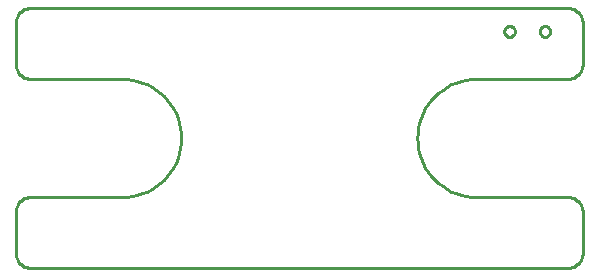
<source format=gbr>
G04 EAGLE Gerber RS-274X export*
G75*
%MOMM*%
%FSLAX34Y34*%
%LPD*%
%IN*%
%IPPOS*%
%AMOC8*
5,1,8,0,0,1.08239X$1,22.5*%
G01*
%ADD10C,0.254000*%


D10*
X0Y-17300D02*
X48Y-18407D01*
X193Y-19505D01*
X433Y-20587D01*
X766Y-21644D01*
X1190Y-22667D01*
X1701Y-23650D01*
X2297Y-24584D01*
X2971Y-25463D01*
X3720Y-26280D01*
X4537Y-27029D01*
X5416Y-27703D01*
X6350Y-28299D01*
X7333Y-28810D01*
X8356Y-29234D01*
X9413Y-29567D01*
X10495Y-29807D01*
X11593Y-29952D01*
X12700Y-30000D01*
X467300Y-30000D01*
X468407Y-29952D01*
X469505Y-29807D01*
X470587Y-29567D01*
X471644Y-29234D01*
X472667Y-28810D01*
X473650Y-28299D01*
X474584Y-27703D01*
X475463Y-27029D01*
X476280Y-26280D01*
X477029Y-25463D01*
X477703Y-24584D01*
X478299Y-23650D01*
X478810Y-22667D01*
X479234Y-21644D01*
X479567Y-20587D01*
X479807Y-19505D01*
X479952Y-18407D01*
X480000Y-17300D01*
X480000Y17300D01*
X479952Y18407D01*
X479807Y19505D01*
X479567Y20587D01*
X479234Y21644D01*
X478810Y22667D01*
X478299Y23650D01*
X477703Y24584D01*
X477029Y25463D01*
X476280Y26280D01*
X475463Y27029D01*
X474584Y27703D01*
X473650Y28299D01*
X472667Y28810D01*
X471644Y29234D01*
X470587Y29567D01*
X469505Y29807D01*
X468407Y29952D01*
X467300Y30000D01*
X390000Y30000D01*
X385642Y30190D01*
X381318Y30760D01*
X377059Y31704D01*
X372899Y33015D01*
X368869Y34685D01*
X365000Y36699D01*
X361321Y39042D01*
X357861Y41698D01*
X354645Y44645D01*
X351698Y47861D01*
X349042Y51321D01*
X346699Y55000D01*
X344685Y58869D01*
X343015Y62899D01*
X341704Y67059D01*
X340760Y71318D01*
X340190Y75642D01*
X340000Y80000D01*
X340190Y84358D01*
X340760Y88682D01*
X341704Y92941D01*
X343015Y97101D01*
X344685Y101131D01*
X346699Y105000D01*
X349042Y108679D01*
X351698Y112139D01*
X354645Y115355D01*
X357861Y118302D01*
X361321Y120958D01*
X365000Y123301D01*
X368869Y125315D01*
X372899Y126985D01*
X377059Y128296D01*
X381318Y129240D01*
X385642Y129810D01*
X390000Y130000D01*
X467300Y130000D01*
X468407Y130048D01*
X469505Y130193D01*
X470587Y130433D01*
X471644Y130766D01*
X472667Y131190D01*
X473650Y131701D01*
X474584Y132297D01*
X475463Y132971D01*
X476280Y133720D01*
X477029Y134537D01*
X477703Y135416D01*
X478299Y136350D01*
X478810Y137333D01*
X479234Y138356D01*
X479567Y139413D01*
X479807Y140495D01*
X479952Y141593D01*
X480000Y142700D01*
X480000Y177300D01*
X479952Y178407D01*
X479807Y179505D01*
X479567Y180587D01*
X479234Y181644D01*
X478810Y182667D01*
X478299Y183650D01*
X477703Y184584D01*
X477029Y185463D01*
X476280Y186280D01*
X475463Y187029D01*
X474584Y187703D01*
X473650Y188299D01*
X472667Y188810D01*
X471644Y189234D01*
X470587Y189567D01*
X469505Y189807D01*
X468407Y189952D01*
X467300Y190000D01*
X12700Y190000D01*
X11593Y189952D01*
X10495Y189807D01*
X9413Y189567D01*
X8356Y189234D01*
X7333Y188810D01*
X6350Y188299D01*
X5416Y187703D01*
X4537Y187029D01*
X3720Y186280D01*
X2971Y185463D01*
X2297Y184584D01*
X1701Y183650D01*
X1190Y182667D01*
X766Y181644D01*
X433Y180587D01*
X193Y179505D01*
X48Y178407D01*
X0Y177300D01*
X0Y142700D01*
X48Y141593D01*
X193Y140495D01*
X433Y139413D01*
X766Y138356D01*
X1190Y137333D01*
X1701Y136350D01*
X2297Y135416D01*
X2971Y134537D01*
X3720Y133720D01*
X4537Y132971D01*
X5416Y132297D01*
X6350Y131701D01*
X7333Y131190D01*
X8356Y130766D01*
X9413Y130433D01*
X10495Y130193D01*
X11593Y130048D01*
X12700Y130000D01*
X90000Y130000D01*
X94358Y129810D01*
X98682Y129240D01*
X102941Y128296D01*
X107101Y126985D01*
X111131Y125315D01*
X115000Y123301D01*
X118679Y120958D01*
X122139Y118302D01*
X125355Y115355D01*
X128302Y112139D01*
X130958Y108679D01*
X133301Y105000D01*
X135315Y101131D01*
X136985Y97101D01*
X138296Y92941D01*
X139240Y88682D01*
X139810Y84358D01*
X140000Y80000D01*
X139810Y75642D01*
X139240Y71318D01*
X138296Y67059D01*
X136985Y62899D01*
X135315Y58869D01*
X133301Y55000D01*
X130958Y51321D01*
X128302Y47861D01*
X125355Y44645D01*
X122139Y41698D01*
X118679Y39042D01*
X115000Y36699D01*
X111131Y34685D01*
X107101Y33015D01*
X102941Y31704D01*
X98682Y30760D01*
X94358Y30190D01*
X90000Y30000D01*
X12700Y30000D01*
X11593Y29952D01*
X10495Y29807D01*
X9413Y29567D01*
X8356Y29234D01*
X7333Y28810D01*
X6350Y28299D01*
X5416Y27703D01*
X4537Y27029D01*
X3720Y26280D01*
X2971Y25463D01*
X2297Y24584D01*
X1701Y23650D01*
X1190Y22667D01*
X766Y21644D01*
X433Y20587D01*
X193Y19505D01*
X48Y18407D01*
X0Y17300D01*
X0Y-17300D01*
X422570Y169885D02*
X422493Y169300D01*
X422340Y168730D01*
X422115Y168185D01*
X421820Y167675D01*
X421461Y167207D01*
X421043Y166789D01*
X420575Y166430D01*
X420065Y166135D01*
X419520Y165910D01*
X418950Y165757D01*
X418365Y165680D01*
X417775Y165680D01*
X417190Y165757D01*
X416620Y165910D01*
X416075Y166135D01*
X415565Y166430D01*
X415097Y166789D01*
X414679Y167207D01*
X414320Y167675D01*
X414025Y168185D01*
X413800Y168730D01*
X413647Y169300D01*
X413570Y169885D01*
X413570Y170475D01*
X413647Y171060D01*
X413800Y171630D01*
X414025Y172175D01*
X414320Y172685D01*
X414679Y173153D01*
X415097Y173571D01*
X415565Y173930D01*
X416075Y174225D01*
X416620Y174450D01*
X417190Y174603D01*
X417775Y174680D01*
X418365Y174680D01*
X418950Y174603D01*
X419520Y174450D01*
X420065Y174225D01*
X420575Y173930D01*
X421043Y173571D01*
X421461Y173153D01*
X421820Y172685D01*
X422115Y172175D01*
X422340Y171630D01*
X422493Y171060D01*
X422570Y170475D01*
X422570Y169885D01*
X452570Y169885D02*
X452493Y169300D01*
X452340Y168730D01*
X452115Y168185D01*
X451820Y167675D01*
X451461Y167207D01*
X451043Y166789D01*
X450575Y166430D01*
X450065Y166135D01*
X449520Y165910D01*
X448950Y165757D01*
X448365Y165680D01*
X447775Y165680D01*
X447190Y165757D01*
X446620Y165910D01*
X446075Y166135D01*
X445565Y166430D01*
X445097Y166789D01*
X444679Y167207D01*
X444320Y167675D01*
X444025Y168185D01*
X443800Y168730D01*
X443647Y169300D01*
X443570Y169885D01*
X443570Y170475D01*
X443647Y171060D01*
X443800Y171630D01*
X444025Y172175D01*
X444320Y172685D01*
X444679Y173153D01*
X445097Y173571D01*
X445565Y173930D01*
X446075Y174225D01*
X446620Y174450D01*
X447190Y174603D01*
X447775Y174680D01*
X448365Y174680D01*
X448950Y174603D01*
X449520Y174450D01*
X450065Y174225D01*
X450575Y173930D01*
X451043Y173571D01*
X451461Y173153D01*
X451820Y172685D01*
X452115Y172175D01*
X452340Y171630D01*
X452493Y171060D01*
X452570Y170475D01*
X452570Y169885D01*
M02*

</source>
